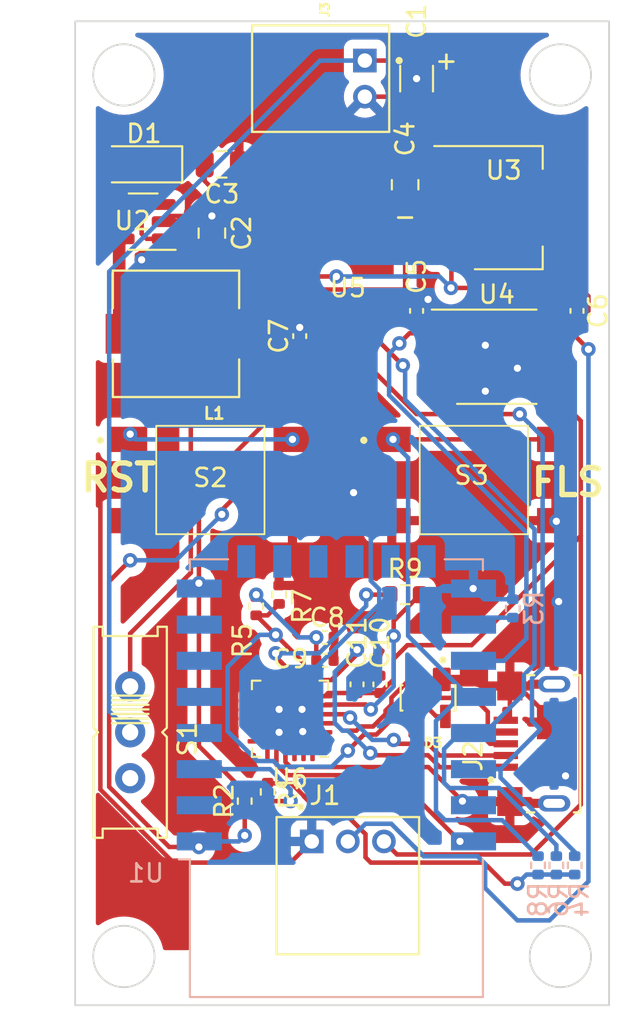
<source format=kicad_pcb>
(kicad_pcb (version 20211014) (generator pcbnew)
  (layers (0 "F.Cu" signal) (31 "B.Cu" signal) (34 "B.Paste" user) (35 "F.Paste" user) (36 "B.SilkS" user "B.Silkscreen") (37 "F.SilkS" user "F.Silkscreen") (38 "B.Mask" user) (39 "F.Mask" user) (44 "Edge.Cuts" user))
  (net 0 "")
  (net 1 "GND")
  (net 2 "+5V")
  (net 3 "Net-(D1-Pad2)")
  (net 4 "Net-(C8-Pad2)")
  (net 6 "/D+")
  (net 8 "/D-")
  (net 9 "Net-(D3-Pad4)")
  (net 15 "Net-(R1-Pad2)")
  (net 16 "Net-(R2-Pad2)")
  (net 17 "Net-(R3-Pad1)")
  (net 18 "Net-(R8-Pad2)")
  (net 19 "Net-(R9-Pad1)")
  (net 20 "/2102N VIO")
  (net 24 "+3V3")
  (net 25 "/SDA")
  (net 29 "/SCL")
  (net 30 "/GPIO2")
  (net 36 "/DO")
  (net 40 "Net-(C1-Pad1)")
  (net 41 "Net-(C2-Pad1)")
  (net 42 "/ESP_RX")
  (net 43 "/ESP_TX")
  (footprint "Resistor_SMD:R_0402_1005Metric" (layer "F.Cu") (at 130.81 105.41 90)
    (fp_text reference "R5")
    (fp_text value "47.5k")
  )
  (footprint "Resistor_SMD:R_0402_1005Metric" (layer "F.Cu") (at 130.175 116.332 -90)
    (fp_text reference "R1")
    (fp_text value "10k")
  )
  (footprint "Capacitor_SMD:C_0402_1005Metric" (layer "F.Cu") (at 135.128 110.375 -90)
    (fp_text reference "C11")
    (fp_text value "0.1uF")
  )
  (footprint "Package_SO:TSSOP-14_4.4x5mm_P0.65mm" (layer "F.Cu") (at 142.875 92.235)
    (fp_text reference "U4")
    (fp_text value "TXU0304")
  )
  (footprint "Resistor_SMD:R_0402_1005Metric" (layer "F.Cu") (at 128.905 116.84 -90)
    (fp_text reference "R2")
    (fp_text value "10k")
  )
  (footprint "TL3301AF260QG Pushbutton:TL3301AF260QG" (layer "F.Cu") (at 141.605 99.06)
    (fp_text reference "S3")
    (fp_text value "TL3301AF260QG")
  )
  (footprint "Package_TO_SOT_SMD:SOT-23-5" (layer "F.Cu") (at 123.275 84.755 180)
    (fp_text reference "U2")
    (fp_text value "RP400N501A-TR-FE")
  )
  (footprint "Capacitor_SMD:C_1206_3216Metric" (layer "F.Cu") (at 138.43 76.835 -90)
    (fp_text reference "C1")
    (fp_text value "100uF")
  )
  (footprint "Capacitor_SMD:C_0805_2012Metric" (layer "F.Cu") (at 127.085 85.39 90)
    (fp_text reference "C2")
    (fp_text value "10uF")
  )
  (footprint "Resistor_SMD:R_0603_1608Metric" (layer "F.Cu") (at 137.795 105.41)
    (fp_text reference "R9")
    (fp_text value "1k")
  )
  (footprint "S2B-PH-K-S(LF)(SN) 2mm JST Connector:JST_S2B-PH-K-S(LF)(SN)" (layer "F.Cu") (at 135.5625 76.835 -90)
    (fp_text reference "J3")
    (fp_text value "S2B-PH-K-S(LF)(SN)")
  )
  (footprint "Package_TO_SOT_SMD:SOT-223-3_TabPin2" (layer "F.Cu") (at 143.51 83.98)
    (fp_text reference "U3")
    (fp_text value "LDL1117")
  )
  (footprint "Capacitor_SMD:C_0402_1005Metric" (layer "F.Cu") (at 138.43 89.695 -90)
    (fp_text reference "C5")
    (fp_text value "0.1uF")
  )
  (footprint "SLF7045T-100M1R3-PF:IND_SLF7045T-100M1R3-PF" (layer "F.Cu") (at 125.095 90.965 180)
    (fp_text reference "L1")
    (fp_text value "10uH")
  )
  (footprint "10118193-0001LF Micro B Port:FCI_10118193-0001LF" (layer "F.Cu") (at 146.05 113.665 90)
    (fp_text reference "J2")
    (fp_text value "10118193-0001LF")
  )
  (footprint "Capacitor_SMD:C_0805_2012Metric" (layer "F.Cu") (at 127.635 81.58)
    (fp_text reference "C3")
    (fp_text value "10uF")
  )
  (footprint "Resistor_SMD:R_0402_1005Metric" (layer "F.Cu") (at 129.54 106.045 -90)
    (fp_text reference "R7")
    (fp_text value "22.1k")
  )
  (footprint "Capacitor_SMD:C_0805_2012Metric" (layer "F.Cu") (at 137.795 82.71 90)
    (fp_text reference "C4")
    (fp_text value "4.7uF")
  )
  (footprint "TL3301AF260QG Pushbutton:TL3301AF260QG" (layer "F.Cu") (at 127 99.06)
    (fp_text reference "S2")
    (fp_text value "TL3301AF260QG")
  )
  (footprint "SP0503BAHTG:SOT143" (layer "F.Cu") (at 139.065 111.125 180)
    (fp_text reference "D3")
    (fp_text value "SP0503BAHTG")
  )
  (footprint "Capacitor_SMD:C_0402_1005Metric" (layer "F.Cu") (at 133.35 109.045 180)
    (fp_text reference "C9")
    (fp_text value "0.1uF")
  )
  (footprint "Capacitor_SMD:C_0402_1005Metric" (layer "F.Cu") (at 147.32 89.695 -90)
    (fp_text reference "C6")
    (fp_text value "0.1uF")
  )
  (footprint "Capacitor_SMD:C_0402_1005Metric" (layer "F.Cu") (at 131.953 91.092 90)
    (fp_text reference "C7")
    (fp_text value "4.7uF")
  )
  (footprint "Diode_SMD:D_SOD-123" (layer "F.Cu") (at 123.19 81.58 180)
    (fp_text reference "D1")
    (fp_text value "D_Schottky")
  )
  (footprint "EG1218 SPDT Switch:EG1218" (layer "F.Cu") (at 122.555 113.03 -90)
    (fp_text reference "S1")
    (fp_text value "EG1218")
  )
  (footprint "JST-S3B-PH-K:JST_S3B-PH-K-S(LF)(SN)" (layer "F.Cu") (at 132.62 119.0725)
    (fp_text reference "J1")
    (fp_text value "S3B-PH-K-S(LF)(SN)")
  )
  (footprint "Capacitor_SMD:C_0402_1005Metric" (layer "F.Cu") (at 136.398 110.375 -90)
    (fp_text reference "C10")
    (fp_text value "4.7uF")
  )
  (footprint "Capacitor_SMD:C_0402_1005Metric" (layer "F.Cu") (at 133.35 107.775 180)
    (fp_text reference "C8")
    (fp_text value "4.7uF")
  )
  (footprint "HP203B Pressure Sensor:HP203B" (layer "F.Cu") (at 134.62 90.965)
    (fp_text reference "U5")
    (fp_text value "HP203B")
  )
  (footprint "Package_DFN_QFN:QFN-24-1EP_4x4mm_P0.5mm_EP2.6x2.6mm" (layer "F.Cu") (at 131.4125 112.28 180)
    (fp_text reference "U6")
    (fp_text value "CP2102N-Axx-xQFN24")
  )
  (footprint "Resistor_SMD:R_0402_1005Metric" (layer "B.Cu") (at 146.177 120.396 90)
    (fp_text reference "R6")
    (fp_text value "4.7k")
  )
  (footprint "Resistor_SMD:R_0402_1005Metric" (layer "B.Cu") (at 143.764 106.172 90)
    (fp_text reference "R3")
    (fp_text value "10k")
  )
  (footprint "RF_Module:ESP-12E" (layer "B.Cu") (at 133.985 115.57)
    (fp_text reference "U1")
    (fp_text value "ESP-12F")
  )
  (footprint "Resistor_SMD:R_0402_1005Metric" (layer "B.Cu") (at 145.161 120.396 90)
    (fp_text reference "R8")
    (fp_text value "10k")
  )
  (footprint "Resistor_SMD:R_0402_1005Metric" (layer "B.Cu") (at 147.193 120.396 90)
    (fp_text reference "R4")
    (fp_text value "4.7k")
  )
  (gr_rect (start 119.507 73.66) (end 149.098 128.143) (layer "Edge.Cuts") (width 0.1) (fill none))
  (gr_circle (center 146.398 76.63) (end 148.098 76.63) (layer "Edge.Cuts") (width 0.1) (fill none))
  (gr_circle (center 146.398 125.443) (end 148.098 125.443) (layer "Edge.Cuts") (width 0.1) (fill none))
  (gr_circle (center 122.207 125.443) (end 123.907 125.443) (layer "Edge.Cuts") (width 0.1) (fill none))
  (gr_circle (center 122.207 76.63) (end 123.907 76.63) (layer "Edge.Cuts") (width 0.1) (fill none))
  (gr_text "RST" (at 121.92 98.933) (layer "F.SilkS") (effects (font (size 1.5 1.5) (thickness 0.3))))
  (gr_text "+" (at 140.081 75.819) (layer "F.SilkS") (effects (font (size 1 1))))
  (gr_text "-" (at 137.795 84.455) (layer "F.SilkS") (effects (font (size 1 1))))
  (gr_text "FLS" (at 146.812 99.187) (layer "F.SilkS") (effects (font (size 1.5 1.5) (thickness 0.3))))
  (segment (start 137.795 81.76) (end 137.875 81.68) (width 0.25) (layer "F.Cu") (net 1))
  (segment (start 140.0125 94.185) (end 142.195 94.185) (width 0.25) (layer "F.Cu") (net 1))
  (segment (start 120.904 99.949) (end 121.793 99.06) (width 0.25) (layer "F.Cu") (net 1))
  (segment (start 144.05 110.465) (end 146.05 112.465) (width 0.25) (layer "F.Cu") (net 1))
  (segment (start 133.83 107.775) (end 133.83 109.045) (width 0.25) (layer "F.Cu") (net 1))
  (segment (start 137.955 77.835) (end 138.43 78.31) (width 0.25) (layer "F.Cu") (net 1))
  (segment (start 143.6 110.465) (end 144.05 110.465) (width 0.25) (layer "F.Cu") (net 1))
  (segment (start 144.018 92.87) (end 144.033 92.885) (width 0.25) (layer "F.Cu") (net 1))
  (segment (start 124.7275 84.44) (end 124.4125 84.755) (width 0.25) (layer "F.Cu") (net 1))
  (segment (start 141.605 92.235) (end 142.24 91.6) (width 0.25) (layer "F.Cu") (net 1))
  (segment (start 131.953 90.612) (end 133.323 90.612) (width 0.25) (layer "F.Cu") (net 1))
  (segment (start 137.875 81.68) (end 140.36 81.68) (width 0.25) (layer "F.Cu") (net 1))
  (segment (start 142.195 94.185) (end 142.24 94.14) (width 0.25) (layer "F.Cu") (net 1))
  (segment (start 124.4125 84.755) (end 124.796072 84.755) (width 0.25) (layer "F.Cu") (net 1))
  (segment (start 120.904 116.19904) (end 120.904 99.949) (width 0.25) (layer "F.Cu") (net 1))
  (segment (start 140.0125 91.585) (end 142.225 91.585) (width 0.25) (layer "F.Cu") (net 1))
  (segment (start 143.6 112.14) (end 143.375 112.365) (width 0.25) (layer "F.Cu") (net 1))
  (segment (start 132.62 119.0725) (end 131.44752 120.24498) (width 0.25) (layer "F.Cu") (net 1))
  (segment (start 135.5625 77.835) (end 137.955 77.835) (width 0.25) (layer "F.Cu") (net 1))
  (segment (start 132.12125 112.98875) (end 131.4125 112.28) (width 0.25) (layer "F.Cu") (net 1))
  (segment (start 138.43 89.215) (end 138.91 89.215) (width 0.25) (layer "F.Cu") (net 1))
  (segment (start 132.1625 113.03) (end 132.12125 112.98875) (width 0.25) (layer "F.Cu") (net 1))
  (segment (start 125.905 84.44) (end 124.7275 84.44) (width 0.25) (layer "F.Cu") (net 1))
  (segment (start 124.94994 120.24498) (end 120.904 116.19904) (width 0.25) (layer "F.Cu") (net 1))
  (segment (start 140.0125 92.235) (end 141.605 92.235) (width 0.25) (layer "F.Cu") (net 1))
  (segment (start 133.35 113.03) (end 132.1625 113.03) (width 0.25) (layer "F.Cu") (net 1))
  (segment (start 133.323 90.612) (end 133.37 90.565) (width 0.25) (layer "F.Cu") (net 1))
  (segment (start 142.225 91.585) (end 142.24 91.6) (width 0.25) (layer "F.Cu") (net 1))
  (segment (start 131.44752 120.24498) (end 124.94994 120.24498) (width 0.25) (layer "F.Cu") (net 1))
  (segment (start 138.91 89.215) (end 139.065 89.06) (width 0.25) (layer "F.Cu") (net 1))
  (segment (start 127.085 84.44) (end 125.905 84.44) (width 0.25) (layer "F.Cu") (net 1))
  (segment (start 144.033 92.885) (end 145.7375 92.885) (width 0.25) (layer "F.Cu") (net 1))
  (segment (start 143.6 110.465) (end 143.6 112.14) (width 0.25) (layer "F.Cu") (net 1))
  (via (at 141.564 105.07) (size 0.8) (drill 0.4) (layers "F.Cu" "B.Cu") (net 1))
  (via (at 131.953 90.612) (size 0.8) (drill 0.4) (layers "F.Cu" "B.Cu") (net 1))
  (via (at 139.065 89.06) (size 0.8) (drill 0.4) (layers "F.Cu" "B.Cu") (net 1))
  (via (at 132.08 111.76) (size 0.8) (drill 0.4) (layers "F.Cu" "B.Cu") (net 1))
  (via (at 142.24 91.6) (size 0.8) (drill 0.4) (layers "F.Cu" "B.Cu") (net 1))
  (via (at 146.304 105.791) (size 0.8) (drill 0.4) (layers "F.Cu" "B.Cu") (net 1))
  (via (at 138.43 76.835) (size 0.8) (drill 0.4) (layers "F.Cu" "B.Cu") (net 1))
  (via (at 146.177 101.346) (size 0.8) (drill 0.4) (layers "F.Cu" "B.Cu") (net 1))
  (via (at 127.085 84.44) (size 0.8) (drill 0.4) (layers "F.Cu" "B.Cu") (net 1))
  (via (at 142.24 94.14) (size 0.8) (drill 0.4) (layers "F.Cu" "B.Cu") (net 1))
  (via (at 130.81 113.03) (size 0.8) (drill 0.4) (layers "F.Cu" "B.Cu") (net 1))
  (via (at 146.685 115.443) (size 0.8) (drill 0.4) (layers "F.Cu" "B.Cu") (net 1))
  (via (at 130.81 111.76) (size 0.8) (drill 0.4) (layers "F.Cu" "B.Cu") (net 1))
  (via (at 134.9375 99.7585) (size 0.8) (drill 0.4) (layers "F.Cu" "B.Cu") (net 1))
  (via (at 132.12125 112.98875) (size 0.8) (drill 0.4) (layers "F.Cu" "B.Cu") (net 1))
  (via (at 144.018 92.87) (size 0.8) (drill 0.4) (layers "F.Cu" "B.Cu") (net 1))
  (via (at 123.19 86.868) (size 0.8) (drill 0.4) (layers "F.Cu" "B.Cu") (net 1))
  (segment (start 143.764 105.662) (end 142.177 105.662) (width 0.25) (layer "B.Cu") (net 1))
  (segment (start 136.360511 105.109897) (end 135.89 104.639386) (width 0.25) (layer "B.Cu") (net 1))
  (segment (start 141.564 105.07) (end 141.585 105.07) (width 0.25) (layer "B.Cu") (net 1))
  (segment (start 146.177 105.664) (end 146.304 105.791) (width 0.25) (layer "B.Cu") (net 1))
  (segment (start 135.89 104.639386) (end 135.89 100.711) (width 0.25) (layer "B.Cu") (net 1))
  (segment (start 132.08 111.76) (end 132.08 110.225332) (width 0.25) (layer "B.Cu") (net 1))
  (segment (start 136.360511 105.944821) (end 136.360511 105.109897) (width 0.25) (layer "B.Cu") (net 1))
  (segment (start 146.177 101.346) (end 146.177 105.664) (width 0.25) (layer "B.Cu") (net 1))
  (segment (start 142.177 105.662) (end 141.585 105.07) (width 0.25) (layer "B.Cu") (net 1))
  (segment (start 135.89 100.711) (end 134.9375 99.7585) (width 0.25) (layer "B.Cu") (net 1))
  (segment (start 132.08 110.225332) (end 136.360511 105.944821) (width 0.25) (layer "B.Cu") (net 1))
  (segment (start 147.955 88.88307) (end 147.955 89.695) (width 0.25) (layer "F.Cu") (net 2))
  (segment (start 137.16 110.09993) (end 137.16 108.966) (width 0.25) (layer "F.Cu") (net 2))
  (segment (start 128.13452 83.952027) (end 126.685 82.502507) (width 0.25) (layer "F.Cu") (net 2))
  (segment (start 147.529511 117.030825) (end 144.765825 119.794511) (width 0.25) (layer "F.Cu") (net 2))
  (segment (start 147.529511 95.785489) (end 147.529511 102.152489) (width 0.25) (layer "F.Cu") (net 2))
  (segment (start 147.529511 102.152489) (end 141.478 108.204) (width 0.25) (layer "F.Cu") (net 2))
  (segment (start 140.335 88.425) (end 147.49693 88.425) (width 0.25) (layer "F.Cu") (net 2))
  (segment (start 131.067465 87.79) (end 128.13452 84.857055) (width 0.25) (layer "F.Cu") (net 2))
  (segment (start 128.13452 84.857055) (end 128.13452 83.952027) (width 0.25) (layer "F.Cu") (net 2))
  (segment (start 147.529511 102.152489) (end 147.529511 117.030825) (width 0.25) (layer "F.Cu") (net 2))
  (segment (start 124.3625 81.58) (end 122.1375 83.805) (width 0.25) (layer "F.Cu") (net 2))
  (segment (start 147.49693 88.425) (end 147.955 88.88307) (width 0.25) (layer "F.Cu") (net 2))
  (segment (start 145.7375 90.285) (end 145.049639 90.285) (width 0.25) (layer "F.Cu") (net 2))
  (segment (start 145.7865 94.234) (end 145.7375 94.185) (width 0.25) (layer "F.Cu") (net 2))
  (segment (start 141.478 108.204) (end 138.938 108.204) (width 0.25) (layer "F.Cu") (net 2))
  (segment (start 144.308386 94.185) (end 145.7375 94.185) (width 0.25) (layer "F.Cu") (net 2))
  (segment (start 137.16 108.966) (end 137.922 108.204) (width 0.25) (layer "F.Cu") (net 2))
  (segment (start 136.964965 110.294965) (end 137.16 110.09993) (width 0.25) (layer "F.Cu") (net 2))
  (segment (start 145.8475 90.175) (end 145.7375 90.285) (width 0.25) (layer "F.Cu") (net 2))
  (segment (start 145.929022 94.185) (end 147.529511 95.785489) (width 0.25) (layer "F.Cu") (net 2))
  (segment (start 147.32 90.175) (end 145.8475 90.175) (width 0.25) (layer "F.Cu") (net 2))
  (segment (start 137.342011 119.794511) (end 136.62 119.0725) (width 0.25) (layer "F.Cu") (net 2))
  (segment (start 145.049639 90.285) (end 143.293489 92.04115) (width 0.25) (layer "F.Cu") (net 2))
  (segment (start 133.985 87.79) (end 131.067465 87.79) (width 0.25) (layer "F.Cu") (net 2))
  (segment (start 145.7375 94.185) (end 145.929022 94.185) (width 0.25) (layer "F.Cu") (net 2))
  (segment (start 140.335 88.425) (end 140.36 88.4) (width 0.25) (layer "F.Cu") (net 2))
  (segment (start 137.922 108.204) (end 139.192 108.204) (width 0.25) (layer "F.Cu") (net 2))
  (segment (start 140.36 88.4) (end 140.36 86.28) (width 0.25) (layer "F.Cu") (net 2))
  (segment (start 143.293489 92.04115) (end 143.293489 93.170103) (width 0.25) (layer "F.Cu") (net 2))
  (segment (start 136.398 110.855) (end 136.40493 110.855) (width 0.25) (layer "F.Cu") (net 2))
  (segment (start 143.293489 93.170103) (end 144.308386 94.185) (width 0.25) (layer "F.Cu") (net 2))
  (segment (start 135.255 110.855) (end 133.525 110.855) (width 0.25) (layer "F.Cu") (net 2))
  (segment (start 124.84 81.58) (end 124.3625 81.58) (width 0.25) (layer "F.Cu") (net 2))
  (segment (start 147.955 89.695) (end 147.475 90.175) (width 0.25) (layer "F.Cu") (net 2))
  (segment (start 133.525 110.855) (end 133.35 111.03) (width 0.25) (layer "F.Cu") (net 2))
  (segment (start 147.475 90.175) (end 147.32 90.175) (width 0.25) (layer "F.Cu") (net 2))
  (segment (start 136.525 110.855) (end 135.255 110.855) (width 0.25) (layer "F.Cu") (net 2))
  (segment (start 136.40493 110.855) (end 136.964965 110.294965) (width 0.25) (layer "F.Cu") (net 2))
  (segment (start 126.685 82.502507) (end 126.685 81.58) (width 0.25) (layer "F.Cu") (net 2))
  (segment (start 126.685 81.58) (end 124.84 81.58) (width 0.25) (layer "F.Cu") (net 2))
  (segment (start 144.765825 119.794511) (end 137.342011 119.794511) (width 0.25) (layer "F.Cu") (net 2))
  (via (at 140.335 88.425) (size 0.8) (drill 0.4) (layers "F.Cu" "B.Cu") (net 2))
  (via (at 133.985 87.79) (size 0.8) (drill 0.4) (layers "F.Cu" "B.Cu") (net 2))
  (segment (start 133.985 87.79) (end 139.7 87.79) (width 0.25) (layer "B.Cu") (net 2))
  (segment (start 139.7 87.79) (end 140.335 88.425) (width 0.25) (layer "B.Cu") (net 2))
  (segment (start 121.15048 84.71798) (end 121.15048 81.96952) (width 0.25) (layer "F.Cu") (net 3))
  (segment (start 121.15048 81.96952) (end 121.54 81.58) (width 0.25) (layer "F.Cu") (net 3))
  (segment (start 121.945 90.965) (end 121.945 85.8975) (width 0.7) (layer "F.Cu") (net 3))
  (segment (start 122.1375 85.705) (end 121.15048 84.71798) (width 0.25) (layer "F.Cu") (net 3))
  (segment (start 121.945 85.8975) (end 122.1375 85.705) (width 0.7) (layer "F.Cu") (net 3))
  (segment (start 135.860585 114.176732) (end 135.983853 114.3) (width 0.25) (layer "F.Cu") (net 4))
  (segment (start 132.87 107.775) (end 132.87 109.045) (width 0.25) (layer "F.Cu") (net 4))
  (segment (start 139.730718 114.965) (end 143.375 114.965) (width 0.25) (layer "F.Cu") (net 4))
  (segment (start 133.70693 110.135) (end 135.128 108.71393) (width 0.25) (layer "F.Cu") (net 4))
  (segment (start 132.87 110.135) (end 132.6625 110.3425) (width 0.25) (layer "F.Cu") (net 4))
  (segment (start 135.128 108.71393) (end 135.128 108.458) (width 0.25) (layer "F.Cu") (net 4))
  (segment (start 135.983853 114.3) (end 139.065717 114.3) (width 0.25) (layer "F.Cu") (net 4))
  (segment (start 132.87 110.135) (end 133.70693 110.135) (width 0.25) (layer "F.Cu") (net 4))
  (segment (start 132.87 109.045) (end 132.87 110.135) (width 0.25) (layer "F.Cu") (net 4))
  (segment (start 139.065717 114.3) (end 139.730718 114.965) (width 0.25) (layer "F.Cu") (net 4))
  (via (at 132.87 107.775) (size 0.8) (drill 0.4) (layers "F.Cu" "B.Cu") (net 4))
  (via (at 135.128 108.458) (size 0.8) (drill 0.4) (layers "F.Cu" "B.Cu") (net 4))
  (via (at 135.860585 114.176732) (size 0.8) (drill 0.4) (layers "F.Cu" "B.Cu") (net 4))
  (via (at 129.54 105.41) (size 0.8) (drill 0.4) (layers "F.Cu" "B.Cu") (net 4))
  (segment (start 134.624353 112.9405) (end 134.319897 112.9405) (width 0.25) (layer "B.Cu") (net 4))
  (segment (start 129.54 105.41) (end 131.905 107.775) (width 0.25) (layer "B.Cu") (net 4))
  (segment (start 131.905 107.775) (end 132.87 107.775) (width 0.25) (layer "B.Cu") (net 4))
  (segment (start 134.319897 112.9405) (end 133.895489 112.516092) (width 0.25) (layer "B.Cu") (net 4))
  (segment (start 135.860585 114.176732) (end 134.624353 112.9405) (width 0.25) (layer "B.Cu") (net 4))
  (segment (start 133.895489 112.516092) (end 133.895489 109.690511) (width 0.25) (layer "B.Cu") (net 4))
  (segment (start 133.895489 109.690511) (end 135.128 108.458) (width 0.25) (layer "B.Cu") (net 4))
  (segment (start 135.089783 112.9405) (end 134.319897 112.9405) (width 0.25) (layer "F.Cu") (net 6))
  (segment (start 133.909397 112.53) (end 133.35 112.53) (width 0.25) (layer "F.Cu") (net 6))
  (segment (start 141.605 111.125) (end 139.13 111.125) (width 0.25) (layer "F.Cu") (net 6))
  (segment (start 138.105 110.1) (end 138.048943 110.1) (width 0.25) (layer "F.Cu") (net 6))
  (segment (start 138.048943 110.1) (end 137.03596 111.112983) (width 0.25) (layer "F.Cu") (net 6))
  (segment (start 136.71048 111.827802) (end 136.71048 112.014) (width 0.25) (layer "F.Cu") (net 6))
  (segment (start 136.017 112.70748) (end 135.322803 112.70748) (width 0.25) (layer "F.Cu") (net 6))
  (segment (start 134.319897 112.9405) (end 133.909397 112.53) (width 0.25) (layer "F.Cu") (net 6))
  (segment (start 139.13 111.125) (end 138.105 110.1) (width 0.25) (layer "F.Cu") (net 6))
  (segment (start 142.375489 111.895489) (end 141.605 111.125) (width 0.25) (layer "F.Cu") (net 6))
  (segment (start 136.71048 112.014) (end 136.017 112.70748) (width 0.25) (layer "F.Cu") (net 6))
  (segment (start 137.03596 111.502322) (end 136.71048 111.827802) (width 0.25) (layer "F.Cu") (net 6))
  (segment (start 135.322803 112.70748) (end 135.089783 112.9405) (width 0.25) (layer "F.Cu") (net 6))
  (segment (start 142.375489 113.539511) (end 142.375489 111.895489) (width 0.25) (layer "F.Cu") (net 6))
  (segment (start 137.03596 111.112983) (end 137.03596 111.502322) (width 0.25) (layer "F.Cu") (net 6))
  (segment (start 142.500978 113.665) (end 142.375489 113.539511) (width 0.25) (layer "F.Cu") (net 6))
  (segment (start 143.375 113.665) (end 142.500978 113.665) (width 0.25) (layer "F.Cu") (net 6))
  (segment (start 134.742343 112.216) (end 134.556343 112.03) (width 0.25) (layer "F.Cu") (net 8))
  (segment (start 138.105 112.15) (end 138.105 113.213) (width 0.25) (layer "F.Cu") (net 8))
  (segment (start 137.160752 113.454235) (end 137.371517 113.665) (width 0.25) (layer "F.Cu") (net 8))
  (segment (start 139.066435 113.665) (end 138.557 113.665) (width 0.25) (layer "F.Cu") (net 8))
  (segment (start 137.371517 113.665) (end 138.557 113.665) (width 0.25) (layer "F.Cu") (net 8))
  (segment (start 134.556343 112.03) (end 133.35 112.03) (width 0.25) (layer "F.Cu") (net 8))
  (segment (start 139.716435 114.315) (end 139.066435 113.665) (width 0.25) (layer "F.Cu") (net 8))
  (segment (start 138.105 113.213) (end 138.557 113.665) (width 0.25) (layer "F.Cu") (net 8))
  (segment (start 143.375 114.315) (end 139.716435 114.315) (width 0.25) (layer "F.Cu") (net 8))
  (via (at 137.160752 113.454235) (size 0.8) (drill 0.4) (layers "F.Cu" "B.Cu") (net 8))
  (via (at 134.742343 112.216) (size 0.8) (drill 0.4) (layers "F.Cu" "B.Cu") (net 8))
  (segment (start 136.162702 113.454235) (end 137.160752 113.454235) (width 0.25) (layer "B.Cu") (net 8))
  (segment (start 136.160688 113.452221) (end 136.162702 113.454235) (width 0.25) (layer "B.Cu") (net 8))
  (segment (start 135.978564 113.452221) (end 136.160688 113.452221) (width 0.25) (layer "B.Cu") (net 8))
  (segment (start 134.742343 112.216) (end 135.978564 113.452221) (width 0.25) (layer "B.Cu") (net 8))
  (segment (start 135.509 113.157) (end 134.62 114.046) (width 0.25) (layer "F.Cu") (net 9))
  (segment (start 137.710141 111.07452) (end 137.48548 111.299181) (width 0.25) (layer "F.Cu") (net 9))
  (segment (start 132.1625 110.3425) (end 132.1625 109.1775) (width 0.25) (layer "F.Cu") (net 9))
  (segment (start 137.48548 111.299181) (end 137.48548 111.874717) (width 0.25) (layer "F.Cu") (net 9))
  (segment (start 136.203197 113.157) (end 135.509 113.157) (width 0.25) (layer "F.Cu") (net 9))
  (segment (start 137.48548 111.874717) (end 136.203197 113.157) (width 0.25) (layer "F.Cu") (net 9))
  (segment (start 129.54 106.555) (end 130.175 106.555) (width 0.25) (layer "F.Cu") (net 9))
  (segment (start 132.1625 109.1775) (end 130.6185 107.6335) (width 0.25) (layer "F.Cu") (net 9))
  (segment (start 140.025 112.15) (end 139.519283 112.15) (width 0.25) (layer "F.Cu") (net 9))
  (segment (start 139.519283 112.15) (end 138.443803 111.07452) (width 0.25) (layer "F.Cu") (net 9))
  (segment (start 130.175 106.555) (end 130.81 105.92) (width 0.25) (layer "F.Cu") (net 9))
  (segment (start 130.6185 107.6335) (end 129.54 106.555) (width 0.25) (layer "F.Cu") (net 9))
  (segment (start 138.443803 111.07452) (end 137.710141 111.07452) (width 0.25) (layer "F.Cu") (net 9))
  (via (at 134.62 114.046) (size 0.8) (drill 0.4) (layers "F.Cu" "B.Cu") (net 9))
  (via (at 130.6185 107.6335) (size 0.8) (drill 0.4) (layers "F.Cu" "B.Cu") (net 9))
  (segment (start 130.810718 114.935) (end 130.496198 114.62048) (width 0.25) (layer "B.Cu") (net 9))
  (segment (start 129.7295 107.6335) (end 130.6185 107.6335) (width 0.25) (layer "B.Cu") (net 9))
  (segment (start 133.731 114.935) (end 130.810718 114.935) (width 0.25) (layer "B.Cu") (net 9))
  (segment (start 130.496198 114.62048) (end 129.60648 114.62048) (width 0.25) (layer "B.Cu") (net 9))
  (segment (start 127.959511 109.403489) (end 129.7295 107.6335) (width 0.25) (layer "B.Cu") (net 9))
  (segment (start 134.62 114.046) (end 133.731 114.935) (width 0.25) (layer "B.Cu") (net 9))
  (segment (start 127.959511 112.973511) (end 127.959511 109.403489) (width 0.25) (layer "B.Cu") (net 9))
  (segment (start 129.60648 114.62048) (end 127.959511 112.973511) (width 0.25) (layer "B.Cu") (net 9))
  (segment (start 130.177 116.84) (end 130.175 116.842) (width 0.25) (layer "F.Cu") (net 15))
  (segment (start 131.445 116.84) (end 130.177 116.84) (width 0.25) (layer "F.Cu") (net 15))
  (via (at 131.445 116.84) (size 0.8) (drill 0.4) (layers "F.Cu" "B.Cu") (net 15))
  (segment (start 130.31 115.07) (end 131.445 116.205) (width 0.25) (layer "B.Cu") (net 15))
  (segment (start 131.445 116.205) (end 131.445 116.84) (width 0.25) (layer "B.Cu") (net 15))
  (segment (start 126.385 115.07) (end 130.31 115.07) (width 0.25) (layer "B.Cu") (net 15))
  (segment (start 131.55 96.81) (end 127.635 100.725) (width 0.25) (layer "F.Cu") (net 16))
  (segment (start 128.905 118.745) (end 128.905 117.35) (width 0.25) (layer "F.Cu") (net 16))
  (segment (start 121.392289 116.051612) (end 124.720677 119.38) (width 0.25) (layer "F.Cu") (net 16))
  (segment (start 127.635 100.725) (end 127.635 100.965) (width 0.25) (layer "F.Cu") (net 16))
  (segment (start 121.392289 104.667711) (end 121.392289 116.051612) (width 0.25) (layer "F.Cu") (net 16))
  (segment (start 122.555 103.505) (end 121.392289 104.667711) (width 0.25) (layer "F.Cu") (net 16))
  (segment (start 124.720677 119.38) (end 126.365 119.38) (width 0.25) (layer "F.Cu") (net 16))
  (via (at 127.635 100.965) (size 0.8) (drill 0.4) (layers "F.Cu" "B.Cu") (net 16))
  (via (at 128.905 118.745) (size 0.8) (drill 0.4) (layers "F.Cu" "B.Cu") (net 16))
  (via (at 126.365 119.38) (size 0.8) (drill 0.4) (layers "F.Cu" "B.Cu") (net 16))
  (via (at 131.55 96.81) (size 0.8) (drill 0.4) (layers "F.Cu" "B.Cu") (net 16))
  (via (at 122.555 96.52) (size 0.8) (drill 0.4) (layers "F.Cu" "B.Cu") (net 16))
  (via (at 122.555 103.505) (size 0.8) (drill 0.4) (layers "F.Cu" "B.Cu") (net 16))
  (segment (start 127.635 100.965) (end 125.095 103.505) (width 0.25) (layer "B.Cu") (net 16))
  (segment (start 122.845 96.81) (end 131.55 96.81) (width 0.25) (layer "B.Cu") (net 16))
  (segment (start 128.58 119.07) (end 128.905 118.745) (width 0.25) (layer "B.Cu") (net 16))
  (segment (start 126.385 119.07) (end 128.58 119.07) (width 0.25) (layer "B.Cu") (net 16))
  (segment (start 122.555 96.52) (end 122.845 96.81) (width 0.25) (layer "B.Cu") (net 16))
  (segment (start 125.095 103.505) (end 122.555 103.505) (width 0.25) (layer "B.Cu") (net 16))
  (segment (start 141.973 106.682) (end 141.585 107.07) (width 0.25) (layer "B.Cu") (net 17))
  (segment (start 143.764 106.682) (end 141.973 106.682) (width 0.25) (layer "B.Cu") (net 17))
  (segment (start 137.124 96.81) (end 137.055 96.81) (width 0.25) (layer "F.Cu") (net 18))
  (segment (start 146.155 96.81) (end 137.124 96.81) (width 0.25) (layer "F.Cu") (net 18))
  (via (at 137.124 96.81) (size 0.8) (drill 0.4) (layers "F.Cu" "B.Cu") (net 18))
  (segment (start 139.50448 117.388502) (end 140.010489 117.894511) (width 0.25) (layer "B.Cu") (net 18))
  (segment (start 137.96048 97.82848) (end 137.033 96.901) (width 0.25) (layer "B.Cu") (net 18))
  (segment (start 141.340141 111.07) (end 137.96048 107.690339) (width 0.25) (layer "B.Cu") (net 18))
  (segment (start 140.010489 117.894511) (end 143.169511 117.894511) (width 0.25) (layer "B.Cu") (net 18))
  (segment (start 141.585 111.07) (end 141.340141 111.07) (width 0.25) (layer "B.Cu") (net 18))
  (segment (start 140.835 111.07) (end 139.50448 112.40052) (width 0.25) (layer "B.Cu") (net 18))
  (segment (start 137.96048 107.690339) (end 137.96048 97.82848) (width 0.25) (layer "B.Cu") (net 18))
  (segment (start 139.50448 112.40052) (end 139.50448 117.388502) (width 0.25) (layer "B.Cu") (net 18))
  (segment (start 141.585 111.07) (end 140.835 111.07) (width 0.25) (layer "B.Cu") (net 18))
  (segment (start 143.169511 117.894511) (end 145.161 119.886) (width 0.25) (layer "B.Cu") (net 18))
  (segment (start 135.636 105.41) (end 136.97 105.41) (width 0.25) (layer "F.Cu") (net 19))
  (segment (start 131.6625 109.882672) (end 131.6625 110.3425) (width 0.25) (layer "F.Cu") (net 19))
  (segment (start 130.614201 108.834373) (end 131.6625 109.882672) (width 0.25) (layer "F.Cu") (net 19))
  (segment (start 130.614201 108.653799) (end 130.614201 108.834373) (width 0.25) (layer "F.Cu") (net 19))
  (via (at 135.636 105.41) (size 0.8) (drill 0.4) (layers "F.Cu" "B.Cu") (net 19))
  (via (at 130.614201 108.653799) (size 0.8) (drill 0.4) (layers "F.Cu" "B.Cu") (net 19))
  (segment (start 135.636 106.033614) (end 135.636 105.41) (width 0.25) (layer "B.Cu") (net 19))
  (segment (start 133.015815 108.653799) (end 135.636 106.033614) (width 0.25) (layer "B.Cu") (net 19))
  (segment (start 130.614201 108.653799) (end 133.015815 108.653799) (width 0.25) (layer "B.Cu") (net 19))
  (segment (start 133.388522 111.491478) (end 135.621478 111.491478) (width 0.25) (layer "F.Cu") (net 20))
  (segment (start 137.16 107.696) (end 137.16 106.87) (width 0.25) (layer "F.Cu") (net 20))
  (segment (start 137.16 106.87) (end 138.62 105.41) (width 0.25) (layer "F.Cu") (net 20))
  (segment (start 133.35 111.53) (end 133.388522 111.491478) (width 0.25) (layer "F.Cu") (net 20))
  (segment (start 135.621478 111.491478) (end 135.89 111.76) (width 0.25) (layer "F.Cu") (net 20))
  (via (at 135.89 111.76) (size 0.8) (drill 0.4) (layers "F.Cu" "B.Cu") (net 20))
  (via (at 137.16 107.696) (size 0.8) (drill 0.4) (layers "F.Cu" "B.Cu") (net 20))
  (segment (start 137.16 107.696) (end 137.16 110.49) (width 0.25) (layer "B.Cu") (net 20))
  (segment (start 137.16 110.49) (end 135.89 111.76) (width 0.25) (layer "B.Cu") (net 20))
  (segment (start 137.795 89.54693) (end 138.42307 90.175) (width 0.25) (layer "F.Cu") (net 24))
  (segment (start 138.42307 90.175) (end 138.43 90.175) (width 0.25) (layer "F.Cu") (net 24))
  (segment (start 137.795 88.425) (end 137.705489 88.514511) (width 0.25) (layer "F.Cu") (net 24))
  (segment (start 126.365 99.568) (end 126.365 104.775) (width 0.25) (layer "F.Cu") (net 24))
  (segment (start 133.771325 116.84) (end 132.444503 116.84) (width 0.25) (layer "F.Cu") (net 24))
  (segment (start 131.483174 115.85356) (end 130.20656 115.85356) (width 0.25) (layer "F.Cu") (net 24))
  (segment (start 137.705489 88.514511) (end 131.990489 88.514511) (width 0.25) (layer "F.Cu") (net 24))
  (segment (start 146.66 83.98) (end 140.36 83.98) (width 0.25) (layer "F.Cu") (net 24))
  (segment (start 135.598511 118.667186) (end 133.771325 116.84) (width 0.25) (layer "F.Cu") (net 24))
  (segment (start 132.169511 116.539897) (end 131.483174 115.85356) (width 0.25) (layer "F.Cu") (net 24))
  (segment (start 131.953 93.98) (end 126.365 99.568) (width 0.25) (layer "F.Cu") (net 24))
  (segment (start 137.795 83.66) (end 137.795 88.425) (width 0.25) (layer "F.Cu") (net 24))
  (segment (start 133.769022 91.465) (end 135.569022 89.665) (width 0.25) (layer "F.Cu") (net 24))
  (segment (start 132.444503 116.84) (end 132.169511 116.565008) (width 0.25) (layer "F.Cu") (net 24))
  (segment (start 131.990489 88.514511) (end 130.81 89.695) (width 0.25) (layer "F.Cu") (net 24))
  (segment (start 126.365 104.775) (end 126.365 113.79) (width 0.25) (layer "F.Cu") (net 24))
  (segment (start 133.263 91.572) (end 133.37 91.465) (width 0.25) (layer "F.Cu") (net 24))
  (segment (start 139.9025 90.175) (end 140.0125 90.285) (width 0.25) (layer "F.Cu") (net 24))
  (segment (start 126.365 113.79) (end 128.905 116.33) (width 0.25) (layer "F.Cu") (net 24))
  (segment (start 138.43 90.175) (end 139.9025 90.175) (width 0.25) (layer "F.Cu") (net 24))
  (segment (start 133.37 91.465) (end 133.769022 91.465) (width 0.25) (layer "F.Cu") (net 24))
  (segment (start 131.953 91.572) (end 131.953 93.98) (width 0.25) (layer "F.Cu") (net 24))
  (segment (start 132.169511 116.565008) (end 132.169511 116.539897) (width 0.25) (layer "F.Cu") (net 24))
  (segment (start 142.156784 120.24498) (end 135.89 120.24498) (width 0.25) (layer "F.Cu") (net 24))
  (segment (start 137.795 83.66) (end 138.115 83.98) (width 0.25) (layer "F.Cu") (net 24))
  (segment (start 129.667 116.33) (end 128.905 116.33) (width 0.25) (layer "F.Cu") (net 24))
  (segment (start 135.598511 119.953491) (end 135.598511 118.667186) (width 0.25) (layer "F.Cu") (net 24))
  (segment (start 135.89 120.24498) (end 135.598511 119.953491) (width 0.25) (layer "F.Cu") (net 24))
  (segment (start 130.20656 115.85356) (end 130.175 115.822) (width 0.25) (layer "F.Cu") (net 24))
  (segment (start 130.81 89.695) (end 130.81 91.059) (width 0.25) (layer "F.Cu") (net 24))
  (segment (start 131.953 91.572) (end 133.263 91.572) (width 0.25) (layer "F.Cu") (net 24))
  (segment (start 137.795 88.425) (end 137.795 89.54693) (width 0.25) (layer "F.Cu") (net 24))
  (segment (start 131.323 91.572) (end 131.953 91.572) (width 0.25) (layer "F.Cu") (net 24))
  (segment (start 130.81 91.059) (end 131.323 91.572) (width 0.25) (layer "F.Cu") (net 24))
  (segment (start 130.175 115.822) (end 129.667 116.33) (width 0.25) (layer "F.Cu") (net 24))
  (segment (start 143.323804 121.412) (end 142.156784 120.24498) (width 0.25) (layer "F.Cu") (net 24))
  (segment (start 144.018 121.412) (end 143.323804 121.412) (width 0.25) (layer "F.Cu") (net 24))
  (segment (start 135.569022 89.665) (end 135.87 89.665) (width 0.25) (layer "F.Cu") (net 24))
  (segment (start 138.115 83.98) (end 140.36 83.98) (width 0.25) (layer "F.Cu") (net 24))
  (via (at 144.018 121.412) (size 0.8) (drill 0.4) (layers "F.Cu" "B.Cu") (net 24))
  (via (at 126.365 104.775) (size 0.8) (drill 0.4) (layers "F.Cu" "B.Cu") (net 24))
  (segment (start 147.193 120.906) (end 145.161 120.906) (width 0.25) (layer "B.Cu") (net 24))
  (segment (start 145.161 120.906) (end 144.524 120.906) (width 0.25) (layer "B.Cu") (net 24))
  (segment (start 144.524 120.906) (end 144.018 121.412) (width 0.25) (layer "B.Cu") (net 24))
  (segment (start 137.668 92.71) (end 136.423 91.465) (width 0.25) (layer "F.Cu") (net 25))
  (segment (start 136.423 91.465) (end 135.87 91.465) (width 0.25) (layer "F.Cu") (net 25))
  (via (at 137.668 92.71) (size 0.8) (drill 0.4) (layers "F.Cu" "B.Cu") (net 25))
  (segment (start 139.954 113.951) (end 139.954 115.838022) (width 0.25) (layer "B.Cu") (net 25))
  (segment (start 144.96548 109.268466) (end 144.37596 109.857986) (width 0.25) (layer "B.Cu") (net 25))
  (segment (start 144.96548 101.786198) (end 144.96548 109.268466) (width 0.25) (layer "B.Cu") (net 25))
  (segment (start 140.231467 116.115489) (end 143.019435 116.115489) (width 0.25) (layer "B.Cu") (net 25))
  (segment (start 144.37596 110.89404) (end 142.2 113.07) (width 0.25) (layer "B.Cu") (net 25))
  (segment (start 137.668 92.71) (end 137.795 92.837) (width 0.25) (layer "B.Cu") (net 25))
  (segment (start 146.177 119.273054) (end 146.177 119.886) (width 0.25) (layer "B.Cu") (net 25))
  (segment (start 144.37596 109.857986) (end 144.37596 110.89404) (width 0.25) (layer "B.Cu") (net 25))
  (segment (start 137.795 92.837) (end 137.795 94.615718) (width 0.25) (layer "B.Cu") (net 25))
  (segment (start 141.585 113.07) (end 140.835 113.07) (width 0.25) (layer "B.Cu") (net 25))
  (segment (start 140.835 113.07) (end 139.954 113.951) (width 0.25) (layer "B.Cu") (net 25))
  (segment (start 142.2 113.07) (end 141.585 113.07) (width 0.25) (layer "B.Cu") (net 25))
  (segment (start 139.954 115.838022) (end 140.231467 116.115489) (width 0.25) (layer "B.Cu") (net 25))
  (segment (start 137.795 94.615718) (end 144.96548 101.786198) (width 0.25) (layer "B.Cu") (net 25))
  (segment (start 143.019435 116.115489) (end 146.177 119.273054) (width 0.25) (layer "B.Cu") (net 25))
  (segment (start 135.87 92.85) (end 135.87 92.365) (width 0.25) (layer "F.Cu") (net 29))
  (segment (start 144.145 95.41) (end 138.43 95.41) (width 0.25) (layer "F.Cu") (net 29))
  (segment (start 138.43 95.41) (end 135.87 92.85) (width 0.25) (layer "F.Cu") (net 29))
  (via (at 144.145 95.41) (size 0.8) (drill 0.4) (layers "F.Cu" "B.Cu") (net 29))
  (segment (start 143.085 115.07) (end 143.085 115.545336) (width 0.25) (layer "B.Cu") (net 29))
  (segment (start 145.288 112.867) (end 144.82548 112.40448) (width 0.25) (layer "B.Cu") (net 29))
  (segment (start 145.415 109.454664) (end 145.415 96.68) (width 0.25) (layer "B.Cu") (net 29))
  (segment (start 143.085 115.07) (end 145.288 112.867) (width 0.25) (layer "B.Cu") (net 29))
  (segment (start 145.415 96.68) (end 144.145 95.41) (width 0.25) (layer "B.Cu") (net 29))
  (segment (start 141.585 115.07) (end 143.085 115.07) (width 0.25) (layer "B.Cu") (net 29))
  (segment (start 147.193 119.653336) (end 147.193 119.886) (width 0.25) (layer "B.Cu") (net 29))
  (segment (start 144.82548 112.40448) (end 144.82548 110.044184) (width 0.25) (layer "B.Cu") (net 29))
  (segment (start 144.82548 110.044184) (end 145.415 109.454664) (width 0.25) (layer "B.Cu") (net 29))
  (segment (start 143.085 115.545336) (end 147.193 119.653336) (width 0.25) (layer "B.Cu") (net 29))
  (segment (start 138.035302 90.935) (end 140.0125 90.935) (width 0.25) (layer "F.Cu") (net 30))
  (segment (start 137.47645 91.493852) (end 138.035302 90.935) (width 0.25) (layer "F.Cu") (net 30))
  (via (at 137.47645 91.493852) (size 0.8) (drill 0.4) (layers "F.Cu" "B.Cu") (net 30))
  (segment (start 136.906 92.064302) (end 136.906 94.362436) (width 0.25) (layer "B.Cu") (net 30))
  (segment (start 137.47645 91.493852) (end 136.906 92.064302) (width 0.25) (layer "B.Cu") (net 30))
  (segment (start 144.51596 101.972396) (end 144.51596 107.83304) (width 0.25) (layer "B.Cu") (net 30))
  (segment (start 143.279 109.07) (end 141.585 109.07) (width 0.25) (layer "B.Cu") (net 30))
  (segment (start 144.51596 107.83304) (end 143.279 109.07) (width 0.25) (layer "B.Cu") (net 30))
  (segment (start 136.906 94.362436) (end 144.51596 101.972396) (width 0.25) (layer "B.Cu") (net 30))
  (segment (start 147.069 90.935) (end 145.7375 90.935) (width 0.25) (layer "F.Cu") (net 36))
  (segment (start 147.955 91.821) (end 147.069 90.935) (width 0.25) (layer "F.Cu") (net 36))
  (via (at 147.955 91.821) (size 0.8) (drill 0.4) (layers "F.Cu" "B.Cu") (net 36))
  (segment (start 135.598511 118.093989) (end 134.62 119.0725) (width 0.25) (layer "B.Cu") (net 36))
  (segment (start 142.23002 120.318216) (end 141.806315 119.894511) (width 0.25) (layer "B.Cu") (net 36))
  (segment (start 147.955 121.285) (end 145.796 123.444) (width 0.25) (layer "B.Cu") (net 36))
  (segment (start 144.018 123.444) (end 142.23002 121.65602) (width 0.25) (layer "B.Cu") (net 36))
  (segment (start 141.806315 119.894511) (end 138.825836 119.894511) (width 0.25) (layer "B.Cu") (net 36))
  (segment (start 142.23002 121.65602) (end 142.23002 120.318216) (width 0.25) (layer "B.Cu") (net 36))
  (segment (start 145.796 123.444) (end 144.018 123.444) (width 0.25) (layer "B.Cu") (net 36))
  (segment (start 147.955 91.821) (end 147.955 121.285) (width 0.25) (layer "B.Cu") (net 36))
  (segment (start 137.025314 118.093989) (end 135.598511 118.093989) (width 0.25) (layer "B.Cu") (net 36))
  (segment (start 138.825836 119.894511) (end 137.025314 118.093989) (width 0.25) (layer "B.Cu") (net 36))
  (segment (start 135.5625 75.835) (end 137.955 75.835) (width 0.25) (layer "F.Cu") (net 40))
  (segment (start 137.955 75.835) (end 138.43 75.36) (width 0.25) (layer "F.Cu") (net 40))
  (segment (start 121.392289 87.522711) (end 121.392289 111.867289) (width 0.25) (layer "B.Cu") (net 40))
  (segment (start 135.5625 75.835) (end 133.08 75.835) (width 0.25) (layer "B.Cu") (net 40))
  (segment (start 133.08 75.835) (end 121.392289 87.522711) (width 0.25) (layer "B.Cu") (net 40))
  (segment (start 121.392289 111.867289) (end 122.555 113.03) (width 0.25) (layer "B.Cu") (net 40))
  (segment (start 123.19 83.98) (end 123.365 83.805) (width 0.25) (layer "F.Cu") (net 41))
  (segment (start 124.4125 85.705) (end 123.471072 85.705) (width 0.25) (layer "F.Cu") (net 41))
  (segment (start 127.085 86.34) (end 127.085 89.805) (width 0.7) (layer "F.Cu") (net 41))
  (segment (start 127.085 89.805) (end 128.245 90.965) (width 0.7) (layer "F.Cu") (net 41))
  (segment (start 123.19 85.423928) (end 123.19 83.98) (width 0.25) (layer "F.Cu") (net 41))
  (segment (start 122.555 107.560386) (end 125.91548 104.199906) (width 0.25) (layer "F.Cu") (net 41))
  (segment (start 123.365 83.805) (end 124.4125 83.805) (width 0.25) (layer "F.Cu") (net 41))
  (segment (start 125.0475 86.34) (end 124.4125 85.705) (width 0.25) (layer "F.Cu") (net 41))
  (segment (start 125.91548 104.199906) (end 125.91548 93.29452) (width 0.25) (layer "F.Cu") (net 41))
  (segment (start 123.471072 85.705) (end 123.19 85.423928) (width 0.25) (layer "F.Cu") (net 41))
  (segment (start 127.085 86.34) (end 125.0475 86.34) (width 0.25) (layer "F.Cu") (net 41))
  (segment (start 122.555 110.49) (end 122.555 107.560386) (width 0.25) (layer "F.Cu") (net 41))
  (segment (start 125.91548 93.29452) (end 128.245 90.965) (width 0.25) (layer "F.Cu") (net 41))
  (segment (start 139.08452 114.95452) (end 131.439692 114.95452) (width 0.25) (layer "F.Cu") (net 42))
  (segment (start 140.97 116.84) (end 139.08452 114.95452) (width 0.25) (layer "F.Cu") (net 42))
  (segment (start 131.1625 114.677328) (end 131.1625 114.2175) (width 0.25) (layer "F.Cu") (net 42))
  (segment (start 131.439692 114.95452) (end 131.1625 114.677328) (width 0.25) (layer "F.Cu") (net 42))
  (via (at 140.97 116.84) (size 0.8) (drill 0.4) (layers "F.Cu" "B.Cu") (net 42))
  (segment (start 131.253495 115.40404) (end 130.6625 114.813045) (width 0.25) (layer "F.Cu") (net 43))
  (segment (start 130.6625 114.813045) (end 130.6625 114.2175) (width 0.25) (layer "F.Cu") (net 43))
  (segment (start 137.16904 115.40404) (end 131.253495 115.40404) (width 0.25) (layer "F.Cu") (net 43))
  (segment (start 140.835 119.07) (end 137.16904 115.40404) (width 0.25) (layer "F.Cu") (net 43))
  (via (at 140.835 119.07) (size 0.8) (drill 0.4) (layers "F.Cu" "B.Cu") (net 43))
  (segment (start 141.585 119.07) (end 140.835 119.07) (width 0.25) (layer "B.Cu") (net 43))
  (zone (net 1) (net_name "GND") (layers F&B.Cu) (connect_pads (clearance 0.508)) (min_thickness 0.254) (fill yes (thermal_gap 0.508) (thermal_bridge_width 0.508))
    (polygon (pts (xy 147.955 125.095) (xy 120.65 125.095) (xy 120.65 74.295) (xy 147.955 74.295)))
  )
)
</source>
